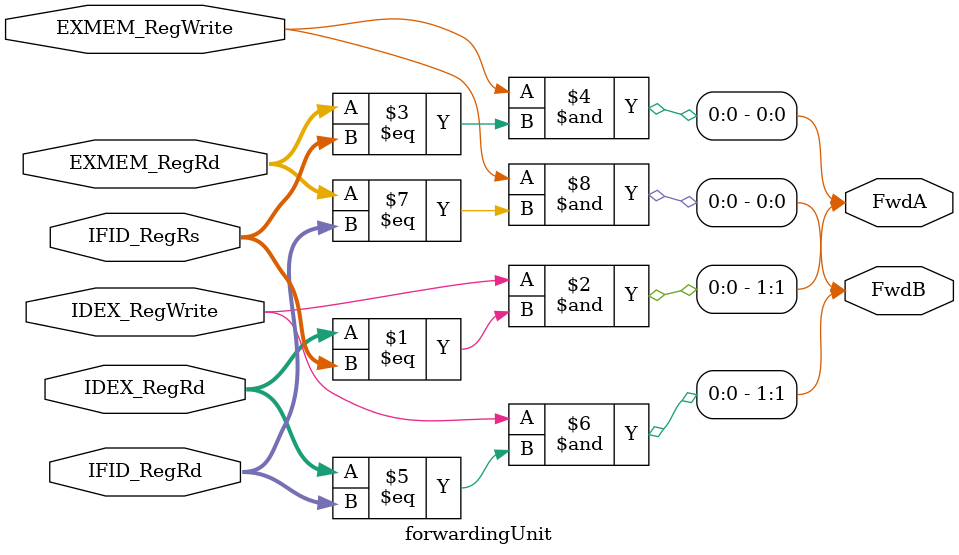
<source format=v>
module forwardingUnit(input [2:0] IDEX_RegRd,EXMEM_RegRd,IFID_RegRs,IFID_RegRd,
                    input IDEX_RegWrite,EXMEM_RegWrite,
                    output [1:0] FwdA,FwdB);
    assign FwdA[1] = (IDEX_RegWrite)&(IDEX_RegRd==IFID_RegRs);
    assign FwdA[0] = (EXMEM_RegWrite)&(EXMEM_RegRd==IFID_RegRs);
    assign FwdB[1] = (IDEX_RegWrite)&(IDEX_RegRd==IFID_RegRd);
    assign FwdB[0] = (EXMEM_RegWrite)&(EXMEM_RegRd==IFID_RegRd);
endmodule
</source>
